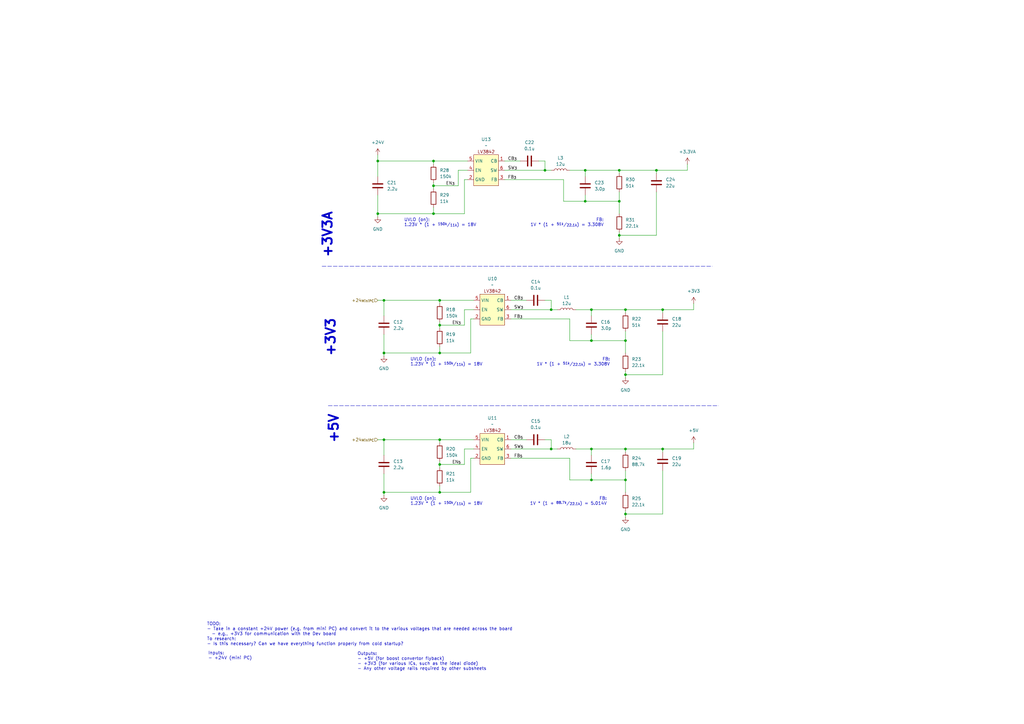
<source format=kicad_sch>
(kicad_sch (version 20231120) (generator "eeschema") (generator_version "8.0")
  (paper "A3")
  (title_block (title "Housekeeping Power Supplies") (date "2024-12-06") (rev "1") (company "UT Robomaster") (comment 1 "Robomaster"))
  (lib_symbols
    (symbol "! Robomaster ICs:LV3842"
      (property "Reference" "U" (at 0 9.652 0))
      (symbol "LV3842_1_1"
        (rectangle (start -5.08 6.35) (end 5.08 -6.35) (fill (type background)))
        (text "LV3842" (at 0 6.858 0) (effects (font (size 1.27 1.27)) (justify bottom)))
        (pin input line (at 7.62 3.81 180) (length 2.54) (name "CB") (number "1"))
        (pin power_in line (at -7.62 -3.81 0) (length 2.54) (name "GND") (number "2"))
        (pin input line (at 7.62 -3.81 180) (length 2.54) (name "FB") (number "3"))
        (pin input line (at -7.62 0 0) (length 2.54) (name "EN") (number "4"))
        (pin power_in line (at -7.62 3.81 0) (length 2.54) (name "VIN") (number "5"))
        (pin power_out line (at 7.62 0 180) (length 2.54) (name "SW") (number "6"))
      )
    )
    (symbol "Device:C" (pin_numbers hide) (pin_names (offset 0.254))
      (property "Reference" "C" (at 0.635 2.54 0))
      (property "Value" "C" (at 0.635 -2.54 0))
      (symbol "C_0_1"
        (polyline (pts (xy -2.032 -0.762) (xy 2.032 -0.762)) (stroke (width 0.508)))
        (polyline (pts (xy -2.032 0.762) (xy 2.032 0.762)) (stroke (width 0.508)))
      )
      (symbol "C_1_1"
        (pin passive line (at 0 3.81 270) (length 2.794) (name "~") (number "1"))
        (pin passive line (at 0 -3.81 90) (length 2.794) (name "~") (number "2"))
      )
    )
    (symbol "Device:L" (pin_numbers hide) (pin_names (offset 1.016) hide)
      (property "Reference" "L" (at -1.27 0 90))
      (property "Value" "L" (at 1.905 0 90))
      (symbol "L_0_1"
        (arc (start 0 -2.54) (mid 0.6323 -1.905) (end 0 -1.27))
        (arc (start 0 -1.27) (mid 0.6323 -0.635) (end 0 0))
        (arc (start 0 0) (mid 0.6323 0.635) (end 0 1.27))
        (arc (start 0 1.27) (mid 0.6323 1.905) (end 0 2.54))
      )
      (symbol "L_1_1"
        (pin passive line (at 0 3.81 270) (length 1.27) (name "1") (number "1"))
        (pin passive line (at 0 -3.81 90) (length 1.27) (name "2") (number "2"))
      )
    )
    (symbol "Device:R" (pin_numbers hide) (pin_names (offset 0))
      (property "Reference" "R" (at 2.032 0 90))
      (property "Value" "R" (at 0 0 90))
      (symbol "R_0_1"
        (rectangle (start -1.016 -2.54) (end 1.016 2.54) (stroke (width 0.254)))
      )
      (symbol "R_1_1"
        (pin passive line (at 0 3.81 270) (length 1.27) (name "~") (number "1"))
        (pin passive line (at 0 -3.81 90) (length 1.27) (name "~") (number "2"))
      )
    )
    (symbol "power:+24V" (power) (pin_numbers hide) (pin_names (offset 0) hide)
      (property "Value" "+24V" (at 0 3.556 0))
      (symbol "+24V_0_1"
        (polyline (pts (xy -0.762 1.27) (xy 0 2.54)))
        (polyline (pts (xy 0 0) (xy 0 2.54)))
        (polyline (pts (xy 0 2.54) (xy 0.762 1.27)))
      )
      (symbol "+24V_1_1"
        (pin power_in line (at 0 0 90) (length 0) (name "~") (number "1"))
      )
    )
    (symbol "power:+3.3VA" (power) (pin_numbers hide) (pin_names (offset 0) hide)
      (property "Value" "+3.3VA" (at 0 3.556 0))
      (symbol "+3.3VA_0_1"
        (polyline (pts (xy -0.762 1.27) (xy 0 2.54)))
        (polyline (pts (xy 0 0) (xy 0 2.54)))
        (polyline (pts (xy 0 2.54) (xy 0.762 1.27)))
      )
      (symbol "+3.3VA_1_1"
        (pin power_in line (at 0 0 90) (length 0) (name "~") (number "1"))
      )
    )
    (symbol "power:+3V3" (power) (pin_numbers hide) (pin_names (offset 0) hide)
      (property "Value" "+3V3" (at 0 3.556 0))
      (symbol "+3V3_0_1"
        (polyline (pts (xy -0.762 1.27) (xy 0 2.54)))
        (polyline (pts (xy 0 0) (xy 0 2.54)))
        (polyline (pts (xy 0 2.54) (xy 0.762 1.27)))
      )
      (symbol "+3V3_1_1"
        (pin power_in line (at 0 0 90) (length 0) (name "~") (number "1"))
      )
    )
    (symbol "power:+5V" (power) (pin_numbers hide) (pin_names (offset 0) hide)
      (property "Value" "+5V" (at 0 3.556 0))
      (symbol "+5V_0_1"
        (polyline (pts (xy -0.762 1.27) (xy 0 2.54)))
        (polyline (pts (xy 0 0) (xy 0 2.54)))
        (polyline (pts (xy 0 2.54) (xy 0.762 1.27)))
      )
      (symbol "+5V_1_1"
        (pin power_in line (at 0 0 90) (length 0) (name "~") (number "1"))
      )
    )
    (symbol "power:GND" (power) (pin_numbers hide) (pin_names (offset 0) hide)
      (property "Value" "GND" (at 0 -3.81 0))
      (symbol "GND_0_1"
        (polyline (pts (xy 0 0) (xy 0 -1.27) (xy 1.27 -1.27) (xy 0 -2.54) (xy -1.27 -1.27) (xy 0 -1.27)))
      )
      (symbol "GND_1_1"
        (pin power_in line (at 0 0 270) (length 0) (name "~") (number "1"))
      )
    )
  )
  (junction (at 242.57 184.15))
  (junction (at 256.54 210.82))
  (junction (at 157.48 180.34))
  (junction (at 254 96.52))
  (junction (at 254 69.85))
  (junction (at 256.54 153.67))
  (junction (at 256.54 139.7))
  (junction (at 226.06 127))
  (junction (at 240.03 69.85))
  (junction (at 180.34 123.19))
  (junction (at 180.34 180.34))
  (junction (at 242.57 196.85))
  (junction (at 256.54 184.15))
  (junction (at 256.54 196.85))
  (junction (at 226.06 184.15))
  (junction (at 242.57 127))
  (junction (at 223.52 69.85))
  (junction (at 177.8 66.04))
  (junction (at 180.34 144.78))
  (junction (at 180.34 190.5))
  (junction (at 240.03 82.55))
  (junction (at 177.8 87.63))
  (junction (at 154.94 87.63))
  (junction (at 271.78 127))
  (junction (at 180.34 201.93))
  (junction (at 157.48 201.93))
  (junction (at 254 82.55))
  (junction (at 180.34 133.35))
  (junction (at 177.8 76.2))
  (junction (at 242.57 139.7))
  (junction (at 157.48 144.78))
  (junction (at 157.48 123.19))
  (junction (at 269.24 69.85))
  (junction (at 271.78 184.15))
  (junction (at 154.94 66.04))
  (junction (at 256.54 127))
  (wire (pts (xy 271.78 127) (xy 271.78 128.27)))
  (wire (pts (xy 269.24 69.85) (xy 269.24 71.12)))
  (wire (pts (xy 223.52 180.34) (xy 226.06 180.34)))
  (wire (pts (xy 154.94 123.19) (xy 157.48 123.19)))
  (wire (pts (xy 281.94 67.31) (xy 281.94 69.85)))
  (wire (pts (xy 157.48 137.16) (xy 157.48 144.78)))
  (wire (pts (xy 180.34 201.93) (xy 193.04 201.93)))
  (wire (pts (xy 256.54 152.4) (xy 256.54 153.67)))
  (wire (pts (xy 220.98 66.04) (xy 223.52 66.04)))
  (wire (pts (xy 254 69.85) (xy 254 71.12)))
  (wire (pts (xy 190.5 190.5) (xy 190.5 184.15)))
  (wire (pts (xy 193.04 187.96) (xy 193.04 201.93)))
  (wire (pts (xy 180.34 190.5) (xy 190.5 190.5)))
  (wire (pts (xy 180.34 190.5) (xy 180.34 191.77)))
  (wire (pts (xy 233.68 130.81) (xy 233.68 139.7)))
  (wire (pts (xy 207.01 69.85) (xy 223.52 69.85)))
  (wire (pts (xy 256.54 139.7) (xy 256.54 144.78)))
  (wire (pts (xy 256.54 127) (xy 271.78 127)))
  (wire (pts (xy 154.94 80.01) (xy 154.94 87.63)))
  (wire (pts (xy 242.57 184.15) (xy 242.57 186.69)))
  (wire (pts (xy 180.34 132.08) (xy 180.34 133.35)))
  (wire (pts (xy 157.48 180.34) (xy 180.34 180.34)))
  (wire (pts (xy 254 69.85) (xy 269.24 69.85)))
  (wire (pts (xy 256.54 184.15) (xy 271.78 184.15)))
  (wire (pts (xy 180.34 133.35) (xy 190.5 133.35)))
  (wire (pts (xy 209.55 180.34) (xy 215.9 180.34)))
  (wire (pts (xy 223.52 66.04) (xy 223.52 69.85)))
  (wire (pts (xy 177.8 66.04) (xy 191.77 66.04)))
  (wire (pts (xy 284.48 124.46) (xy 284.48 127)))
  (wire (pts (xy 256.54 184.15) (xy 256.54 185.42)))
  (wire (pts (xy 231.14 82.55) (xy 240.03 82.55)))
  (wire (pts (xy 177.8 87.63) (xy 190.5 87.63)))
  (wire (pts (xy 269.24 96.52) (xy 254 96.52)))
  (wire (pts (xy 157.48 201.93) (xy 157.48 203.2)))
  (wire (pts (xy 271.78 127) (xy 284.48 127)))
  (wire (pts (xy 177.8 76.2) (xy 187.96 76.2)))
  (wire (pts (xy 271.78 184.15) (xy 284.48 184.15)))
  (wire (pts (xy 154.94 87.63) (xy 154.94 88.9)))
  (wire (pts (xy 177.8 76.2) (xy 177.8 77.47)))
  (wire (pts (xy 180.34 180.34) (xy 180.34 181.61)))
  (wire (pts (xy 154.94 63.5) (xy 154.94 66.04)))
  (wire (pts (xy 242.57 127) (xy 256.54 127)))
  (wire (pts (xy 180.34 123.19) (xy 180.34 124.46)))
  (wire (pts (xy 207.01 73.66) (xy 231.14 73.66)))
  (wire (pts (xy 177.8 66.04) (xy 177.8 67.31)))
  (wire (pts (xy 177.8 85.09) (xy 177.8 87.63)))
  (wire (pts (xy 180.34 142.24) (xy 180.34 144.78)))
  (wire (pts (xy 240.03 80.01) (xy 240.03 82.55)))
  (wire (pts (xy 226.06 123.19) (xy 226.06 127)))
  (wire (pts (xy 157.48 194.31) (xy 157.48 201.93)))
  (wire (pts (xy 271.78 135.89) (xy 271.78 153.67)))
  (wire (pts (xy 242.57 196.85) (xy 256.54 196.85)))
  (wire (pts (xy 254 96.52) (xy 254 97.79)))
  (wire (pts (xy 233.68 69.85) (xy 240.03 69.85)))
  (wire (pts (xy 269.24 69.85) (xy 281.94 69.85)))
  (wire (pts (xy 209.55 184.15) (xy 226.06 184.15)))
  (wire (pts (xy 223.52 69.85) (xy 226.06 69.85)))
  (wire (pts (xy 193.04 130.81) (xy 193.04 144.78)))
  (wire (pts (xy 256.54 209.55) (xy 256.54 210.82)))
  (wire (pts (xy 233.68 187.96) (xy 233.68 196.85)))
  (wire (pts (xy 180.34 144.78) (xy 193.04 144.78)))
  (wire (pts (xy 223.52 123.19) (xy 226.06 123.19)))
  (wire (pts (xy 271.78 210.82) (xy 256.54 210.82)))
  (wire (pts (xy 271.78 193.04) (xy 271.78 210.82)))
  (wire (pts (xy 180.34 133.35) (xy 180.34 134.62)))
  (wire (pts (xy 157.48 123.19) (xy 157.48 129.54)))
  (wire (pts (xy 226.06 127) (xy 228.6 127)))
  (wire (pts (xy 209.55 130.81) (xy 233.68 130.81)))
  (wire (pts (xy 154.94 87.63) (xy 177.8 87.63)))
  (wire (pts (xy 154.94 66.04) (xy 154.94 72.39)))
  (wire (pts (xy 226.06 184.15) (xy 228.6 184.15)))
  (wire (pts (xy 190.5 184.15) (xy 194.31 184.15)))
  (wire (pts (xy 242.57 127) (xy 242.57 129.54)))
  (wire (pts (xy 236.22 184.15) (xy 242.57 184.15)))
  (wire (pts (xy 284.48 181.61) (xy 284.48 184.15)))
  (wire (pts (xy 191.77 73.66) (xy 190.5 73.66)))
  (wire (pts (xy 269.24 78.74) (xy 269.24 96.52)))
  (wire (pts (xy 177.8 74.93) (xy 177.8 76.2)))
  (wire (pts (xy 190.5 127) (xy 194.31 127)))
  (wire (pts (xy 157.48 201.93) (xy 180.34 201.93)))
  (wire (pts (xy 157.48 180.34) (xy 157.48 186.69)))
  (wire (pts (xy 254 95.25) (xy 254 96.52)))
  (wire (pts (xy 187.96 76.2) (xy 187.96 69.85)))
  (wire (pts (xy 242.57 137.16) (xy 242.57 139.7)))
  (wire (pts (xy 242.57 194.31) (xy 242.57 196.85)))
  (wire (pts (xy 254 78.74) (xy 254 82.55)))
  (wire (pts (xy 194.31 187.96) (xy 193.04 187.96)))
  (wire (pts (xy 242.57 184.15) (xy 256.54 184.15)))
  (wire (pts (xy 187.96 69.85) (xy 191.77 69.85)))
  (wire (pts (xy 154.94 66.04) (xy 177.8 66.04)))
  (wire (pts (xy 256.54 196.85) (xy 256.54 201.93)))
  (wire (pts (xy 190.5 133.35) (xy 190.5 127)))
  (wire (pts (xy 194.31 130.81) (xy 193.04 130.81)))
  (wire (pts (xy 254 82.55) (xy 254 87.63)))
  (wire (pts (xy 209.55 187.96) (xy 233.68 187.96)))
  (wire (pts (xy 157.48 123.19) (xy 180.34 123.19)))
  (wire (pts (xy 256.54 210.82) (xy 256.54 212.09)))
  (wire (pts (xy 242.57 139.7) (xy 256.54 139.7)))
  (wire (pts (xy 240.03 69.85) (xy 254 69.85)))
  (wire (pts (xy 256.54 153.67) (xy 256.54 154.94)))
  (wire (pts (xy 190.5 73.66) (xy 190.5 87.63)))
  (wire (pts (xy 240.03 82.55) (xy 254 82.55)))
  (wire (pts (xy 233.68 139.7) (xy 242.57 139.7)))
  (wire (pts (xy 256.54 193.04) (xy 256.54 196.85)))
  (polyline (pts (xy 132.08 109.22) (xy 292.1 109.22)) (stroke (width 0) (type dash)))
  (wire (pts (xy 271.78 153.67) (xy 256.54 153.67)))
  (wire (pts (xy 209.55 127) (xy 226.06 127)))
  (wire (pts (xy 157.48 144.78) (xy 157.48 146.05)))
  (wire (pts (xy 271.78 184.15) (xy 271.78 185.42)))
  (wire (pts (xy 180.34 189.23) (xy 180.34 190.5)))
  (wire (pts (xy 207.01 66.04) (xy 213.36 66.04)))
  (wire (pts (xy 154.94 180.34) (xy 157.48 180.34)))
  (wire (pts (xy 209.55 123.19) (xy 215.9 123.19)))
  (wire (pts (xy 180.34 180.34) (xy 194.31 180.34)))
  (wire (pts (xy 240.03 69.85) (xy 240.03 72.39)))
  (wire (pts (xy 233.68 196.85) (xy 242.57 196.85)))
  (wire (pts (xy 157.48 144.78) (xy 180.34 144.78)))
  (polyline (pts (xy 134.62 166.37) (xy 294.64 166.37)) (stroke (width 0) (type dash)))
  (wire (pts (xy 236.22 127) (xy 242.57 127)))
  (wire (pts (xy 180.34 199.39) (xy 180.34 201.93)))
  (wire (pts (xy 256.54 127) (xy 256.54 128.27)))
  (wire (pts (xy 180.34 123.19) (xy 194.31 123.19)))
  (wire (pts (xy 226.06 180.34) (xy 226.06 184.15)))
  (wire (pts (xy 231.14 73.66) (xy 231.14 82.55)))
  (wire (pts (xy 256.54 135.89) (xy 256.54 139.7)))
  (text "FB:\n1V * (1 + ^{51k}/_{22.1k}) = 3.308V" (at 250.19 146.685 0) (effects (font (size 1.27 1.27)) (justify right top)))
  (text "+3V3" (at 133.35 138.43 90) (effects (font (size 3.81 3.81) (thickness 0.762) (bold yes)) (justify top)))
  (text "FB:\n1V * (1 + ^{51k}/_{22.1k}) = 3.308V" (at 247.65 89.535 0) (effects (font (size 1.27 1.27)) (justify right top)))
  (text "Outputs:\n- +5V (for boost convertor flyback)\n- +3V3 (for various ICs, such as the ideal diode)\n- Any other voltage rails required by other subsheets" (at 146.558 267.462 0) (effects (font (size 1.27 1.27)) (justify left top)))
  (text "+3V3A" (at 132.08 106.045 90) (effects (font (size 3.81 3.81) (thickness 0.762) (bold yes)) (justify left top)))
  (text "UVLO (on):\n1.23V * (1 + ^{150k}/_{11k}) = 18V\n" (at 165.735 89.535 0) (effects (font (size 1.27 1.27)) (justify left top)))
  (text "Inputs:\n- +24V (mini PC)" (at 85.344 267.208 0) (effects (font (size 1.27 1.27)) (justify left top)))
  (text "TODO:\n- Take in a constant +24V power (e.g. from mini PC) and convert it to the various voltages that are needed across the board\n  - e.g., +3V3 for communication with the Dev board\nTo research:\n- Is this necessary? Can we have everything function properly from cold startup?" (at 84.836 255.27 0) (effects (font (size 1.27 1.27)) (justify left top)))
  (text "UVLO (on):\n1.23V * (1 + ^{150k}/_{11k}) = 18V\n" (at 168.275 203.835 0) (effects (font (size 1.27 1.27)) (justify left top)))
  (text "UVLO (on):\n1.23V * (1 + ^{150k}/_{11k}) = 18V\n" (at 168.275 146.685 0) (effects (font (size 1.27 1.27)) (justify left top)))
  (text "+5V" (at 134.62 169.545 90) (effects (font (size 3.81 3.81) (thickness 0.762) (bold yes)) (justify right top)))
  (text "FB:\n1V * (1 + ^{88.7k}/_{22.1k}) = 5.014V" (at 248.92 203.835 0) (effects (font (size 1.27 1.27)) (justify right top)))
  (label "FB_{3}" (at 208.28 73.66 0))
  (label "FB_{5}" (at 210.82 187.96 0))
  (label "EN_{3}" (at 182.88 76.2 0))
  (label "SW_{5}" (at 210.82 184.15 0))
  (label "EN_{5}" (at 185.42 190.5 0))
  (label "FB_{3}" (at 210.82 130.81 0))
  (label "CB_{5}" (at 210.82 180.34 0))
  (label "CB_{3}" (at 208.28 66.04 0))
  (label "SW_{3}" (at 208.28 69.85 0))
  (label "SW_{3}" (at 210.82 127 0))
  (label "EN_{3}" (at 185.42 133.35 0))
  (label "CB_{3}" (at 210.82 123.19 0))
  (hierarchical_label "+24_{MiniPC}" (shape input) (at 154.94 180.34 180))
  (hierarchical_label "+24_{MiniPC}" (shape input) (at 154.94 123.19 180))
  (symbol (lib_id "Device:R") (at 254 91.44 0) (unit 1)
    (property "Reference" "R31" (at 256.54 90.1699 0) (effects (justify left)))
    (property "Value" "22.1k" (at 256.54 92.7099 0) (effects (justify left)))
    (property "Footprint" "Resistor_SMD:R_0603_1608Metric_Pad0.98x0.95mm_HandSolder" (effects (hide yes)))
    (property "Description" "Resistor" (effects (hide yes)))
  )
  (symbol (lib_id "Device:R") (at 180.34 128.27 0) (unit 1)
    (property "Reference" "R18" (at 182.88 126.9999 0) (effects (justify left)))
    (property "Value" "150k" (at 182.88 129.5399 0) (effects (justify left)))
    (property "Footprint" "Resistor_SMD:R_0603_1608Metric_Pad0.98x0.95mm_HandSolder" (effects (hide yes)))
    (property "Description" "Resistor" (effects (hide yes)))
  )
  (symbol (lib_id "Device:C") (at 271.78 132.08 0) (unit 1)
    (property "Reference" "C18" (at 275.59 130.8099 0) (effects (justify left)))
    (property "Value" "22u" (at 275.59 133.3499 0) (effects (justify left)))
    (property "Footprint" "Capacitor_SMD:C_0603_1608Metric_Pad1.08x0.95mm_HandSolder" (effects (hide yes)))
    (property "Description" "Unpolarized capacitor" (effects (hide yes)))
  )
  (symbol (lib_id "power:GND") (at 157.48 146.05 0) (unit 1)
    (property "Reference" "#PWR045" (effects (hide yes)))
    (property "Value" "GND" (at 157.48 151.13 0))
    (property "Description" "Power symbol creates a global label with name \"GND\" , ground" (effects (hide yes)))
  )
  (symbol (lib_id "power:GND") (at 256.54 212.09 0) (unit 1)
    (property "Reference" "#PWR048" (effects (hide yes)))
    (property "Value" "GND" (at 256.54 217.17 0))
    (property "Description" "Power symbol creates a global label with name \"GND\" , ground" (effects (hide yes)))
  )
  (symbol (lib_id "power:GND") (at 157.48 203.2 0) (unit 1)
    (property "Reference" "#PWR046" (effects (hide yes)))
    (property "Value" "GND" (at 157.48 208.28 0))
    (property "Description" "Power symbol creates a global label with name \"GND\" , ground" (effects (hide yes)))
  )
  (symbol (lib_id "power:+24V") (at 154.94 63.5 0) (unit 1)
    (property "Reference" "#PWR055" (effects (hide yes)))
    (property "Value" "+24V" (at 154.94 58.42 0))
    (property "Description" "Power symbol creates a global label with name \"+24V\"" (effects (hide yes)))
  )
  (symbol (lib_id "Device:R") (at 256.54 189.23 0) (unit 1)
    (property "Reference" "R24" (at 259.08 187.9599 0) (effects (justify left)))
    (property "Value" "88.7k" (at 259.08 190.4999 0) (effects (justify left)))
    (property "Footprint" "Resistor_SMD:R_0603_1608Metric_Pad0.98x0.95mm_HandSolder" (effects (hide yes)))
    (property "Description" "Resistor" (effects (hide yes)))
  )
  (symbol (lib_id "power:+5V") (at 284.48 181.61 0) (unit 1)
    (property "Reference" "#PWR058" (effects (hide yes)))
    (property "Value" "+5V" (at 284.48 176.53 0))
    (property "Description" "Power symbol creates a global label with name \"+5V\"" (effects (hide yes)))
  )
  (symbol (lib_id "power:GND") (at 154.94 88.9 0) (unit 1)
    (property "Reference" "#PWR053" (effects (hide yes)))
    (property "Value" "GND" (at 154.94 93.98 0))
    (property "Description" "Power symbol creates a global label with name \"GND\" , ground" (effects (hide yes)))
  )
  (symbol (lib_id "Device:L") (at 229.87 69.85 90) (unit 1)
    (property "Reference" "L3" (at 229.87 64.77 90))
    (property "Value" "12u" (at 229.87 67.31 90))
    (property "Description" "Inductor" (effects (hide yes)))
  )
  (symbol (lib_id "Device:R") (at 256.54 205.74 0) (unit 1)
    (property "Reference" "R25" (at 259.08 204.4699 0) (effects (justify left)))
    (property "Value" "22.1k" (at 259.08 207.0099 0) (effects (justify left)))
    (property "Footprint" "Resistor_SMD:R_0603_1608Metric_Pad0.98x0.95mm_HandSolder" (effects (hide yes)))
    (property "Description" "Resistor" (effects (hide yes)))
  )
  (symbol (lib_id "Device:C") (at 242.57 190.5 180) (unit 1)
    (property "Reference" "C17" (at 246.38 189.2299 0) (effects (justify right)))
    (property "Value" "1.6p" (at 246.38 191.7699 0) (effects (justify right)))
    (property "Footprint" "Capacitor_SMD:C_0603_1608Metric_Pad1.08x0.95mm_HandSolder" (effects (hide yes)))
    (property "Datasheet" "https://www.mouser.com/datasheet/2/210/Microwave_Caps-1535561.pdf" (effects (hide yes)))
    (property "Description" "Unpolarized capacitor" (effects (hide yes)))
    (property "Mouser Part Number" "791-RF18N1R6B500CT" (effects (hide yes)))
  )
  (symbol (lib_id "Device:L") (at 232.41 127 90) (unit 1)
    (property "Reference" "L1" (at 232.41 121.92 90))
    (property "Value" "12u" (at 232.41 124.46 90))
    (property "Description" "Inductor" (effects (hide yes)))
  )
  (symbol (lib_id "Device:C") (at 154.94 76.2 0) (mirror y) (unit 1)
    (property "Reference" "C21" (at 158.75 74.9299 0) (effects (justify right)))
    (property "Value" "2.2u" (at 158.75 77.4699 0) (effects (justify right)))
    (property "Footprint" "Capacitor_SMD:C_0603_1608Metric_Pad1.08x0.95mm_HandSolder" (effects (hide yes)))
    (property "Description" "Unpolarized capacitor" (effects (hide yes)))
  )
  (symbol (lib_id "Device:R") (at 180.34 185.42 0) (unit 1)
    (property "Reference" "R20" (at 182.88 184.1499 0) (effects (justify left)))
    (property "Value" "150k" (at 182.88 186.6899 0) (effects (justify left)))
    (property "Footprint" "Resistor_SMD:R_0603_1608Metric_Pad0.98x0.95mm_HandSolder" (effects (hide yes)))
    (property "Description" "Resistor" (effects (hide yes)))
  )
  (symbol (lib_id "power:+3V3") (at 284.48 124.46 0) (unit 1)
    (property "Reference" "#PWR057" (effects (hide yes)))
    (property "Value" "+3V3" (at 284.48 119.38 0))
    (property "Description" "Power symbol creates a global label with name \"+3V3\"" (effects (hide yes)))
  )
  (symbol (lib_id "! Robomaster ICs:LV3842") (at 201.93 184.15 0) (unit 1)
    (property "Reference" "U11" (at 201.93 171.45 0))
    (property "Value" "~" (at 201.93 173.99 0))
    (property "Footprint" "Package_TO_SOT_SMD:SOT-23-6_Handsoldering" (effects (hide yes)))
    (property "Datasheet" "https://www.ti.com/lit/ds/symlink/lv3842.pdf" (effects (hide yes)))
    (property "Description" "4-V to 36-V, 600-mA synchronous step-down converter" (effects (hide yes)))
  )
  (symbol (lib_id "Device:C") (at 269.24 74.93 0) (unit 1)
    (property "Reference" "C24" (at 273.05 73.6599 0) (effects (justify left)))
    (property "Value" "22u" (at 273.05 76.1999 0) (effects (justify left)))
    (property "Footprint" "Capacitor_SMD:C_0603_1608Metric_Pad1.08x0.95mm_HandSolder" (effects (hide yes)))
    (property "Description" "Unpolarized capacitor" (effects (hide yes)))
  )
  (symbol (lib_id "Device:C") (at 271.78 189.23 0) (unit 1)
    (property "Reference" "C19" (at 275.59 187.9599 0) (effects (justify left)))
    (property "Value" "22u" (at 275.59 190.4999 0) (effects (justify left)))
    (property "Footprint" "Capacitor_SMD:C_0603_1608Metric_Pad1.08x0.95mm_HandSolder" (effects (hide yes)))
    (property "Description" "Unpolarized capacitor" (effects (hide yes)))
  )
  (symbol (lib_id "Device:C") (at 219.71 180.34 90) (unit 1)
    (property "Reference" "C15" (at 219.71 172.72 90))
    (property "Value" "0.1u" (at 219.71 175.26 90))
    (property "Footprint" "Capacitor_SMD:C_0603_1608Metric_Pad1.08x0.95mm_HandSolder" (effects (hide yes)))
    (property "Description" "Unpolarized capacitor" (effects (hide yes)))
  )
  (symbol (lib_id "Device:C") (at 242.57 133.35 180) (unit 1)
    (property "Reference" "C16" (at 246.38 132.0799 0) (effects (justify right)))
    (property "Value" "3.0p" (at 246.38 134.6199 0) (effects (justify right)))
    (property "Footprint" "Capacitor_SMD:C_0603_1608Metric_Pad1.08x0.95mm_HandSolder" (effects (hide yes)))
    (property "Datasheet" "https://www.mouser.com/datasheet/2/210/Microwave_Caps-1535561.pdf" (effects (hide yes)))
    (property "Description" "Unpolarized capacitor" (effects (hide yes)))
    (property "Mouser Part Number" "791-RF18N3R0B500CT" (effects (hide yes)))
  )
  (symbol (lib_id "! Robomaster ICs:LV3842") (at 201.93 127 0) (unit 1)
    (property "Reference" "U10" (at 201.93 114.3 0))
    (property "Value" "~" (at 201.93 116.84 0))
    (property "Footprint" "Package_TO_SOT_SMD:SOT-23-6_Handsoldering" (effects (hide yes)))
    (property "Datasheet" "https://www.ti.com/lit/ds/symlink/lv3842.pdf" (effects (hide yes)))
    (property "Description" "4-V to 36-V, 600-mA synchronous step-down converter" (effects (hide yes)))
  )
  (symbol (lib_id "Device:R") (at 177.8 81.28 0) (unit 1)
    (property "Reference" "R29" (at 180.34 80.0099 0) (effects (justify left)))
    (property "Value" "11k" (at 180.34 82.5499 0) (effects (justify left)))
    (property "Footprint" "Resistor_SMD:R_0603_1608Metric_Pad0.98x0.95mm_HandSolder" (effects (hide yes)))
    (property "Description" "Resistor" (effects (hide yes)))
  )
  (symbol (lib_id "Device:R") (at 180.34 195.58 0) (unit 1)
    (property "Reference" "R21" (at 182.88 194.3099 0) (effects (justify left)))
    (property "Value" "11k" (at 182.88 196.8499 0) (effects (justify left)))
    (property "Footprint" "Resistor_SMD:R_0603_1608Metric_Pad0.98x0.95mm_HandSolder" (effects (hide yes)))
    (property "Description" "Resistor" (effects (hide yes)))
  )
  (symbol (lib_id "Device:R") (at 256.54 148.59 0) (unit 1)
    (property "Reference" "R23" (at 259.08 147.3199 0) (effects (justify left)))
    (property "Value" "22.1k" (at 259.08 149.8599 0) (effects (justify left)))
    (property "Footprint" "Resistor_SMD:R_0603_1608Metric_Pad0.98x0.95mm_HandSolder" (effects (hide yes)))
    (property "Description" "Resistor" (effects (hide yes)))
  )
  (symbol (lib_id "! Robomaster ICs:LV3842") (at 199.39 69.85 0) (unit 1)
    (property "Reference" "U13" (at 199.39 57.15 0))
    (property "Value" "~" (at 199.39 59.69 0))
    (property "Footprint" "Package_TO_SOT_SMD:SOT-23-6_Handsoldering" (effects (hide yes)))
    (property "Datasheet" "https://www.ti.com/lit/ds/symlink/lv3842.pdf" (effects (hide yes)))
    (property "Description" "4-V to 36-V, 600-mA synchronous step-down converter" (effects (hide yes)))
  )
  (symbol (lib_id "Device:C") (at 157.48 190.5 0) (mirror y) (unit 1)
    (property "Reference" "C13" (at 161.29 189.2299 0) (effects (justify right)))
    (property "Value" "2.2u" (at 161.29 191.7699 0) (effects (justify right)))
    (property "Footprint" "Capacitor_SMD:C_0603_1608Metric_Pad1.08x0.95mm_HandSolder" (effects (hide yes)))
    (property "Description" "Unpolarized capacitor" (effects (hide yes)))
  )
  (symbol (lib_id "Device:R") (at 180.34 138.43 0) (unit 1)
    (property "Reference" "R19" (at 182.88 137.1599 0) (effects (justify left)))
    (property "Value" "11k" (at 182.88 139.6999 0) (effects (justify left)))
    (property "Footprint" "Resistor_SMD:R_0603_1608Metric_Pad0.98x0.95mm_HandSolder" (effects (hide yes)))
    (property "Description" "Resistor" (effects (hide yes)))
  )
  (symbol (lib_id "Device:C") (at 240.03 76.2 180) (unit 1)
    (property "Reference" "C23" (at 243.84 74.9299 0) (effects (justify right)))
    (property "Value" "3.0p" (at 243.84 77.4699 0) (effects (justify right)))
    (property "Footprint" "Capacitor_SMD:C_0603_1608Metric_Pad1.08x0.95mm_HandSolder" (effects (hide yes)))
    (property "Datasheet" "https://www.mouser.com/datasheet/2/210/Microwave_Caps-1535561.pdf" (effects (hide yes)))
    (property "Description" "Unpolarized capacitor" (effects (hide yes)))
    (property "Mouser Part Number" "791-RF18N3R0B500CT" (effects (hide yes)))
  )
  (symbol (lib_id "power:GND") (at 254 97.79 0) (unit 1)
    (property "Reference" "#PWR054" (effects (hide yes)))
    (property "Value" "GND" (at 254 102.87 0))
    (property "Description" "Power symbol creates a global label with name \"GND\" , ground" (effects (hide yes)))
  )
  (symbol (lib_id "power:+3.3VA") (at 281.94 67.31 0) (unit 1)
    (property "Reference" "#PWR056" (effects (hide yes)))
    (property "Value" "+3.3VA" (at 281.94 62.23 0))
    (property "Description" "Power symbol creates a global label with name \"+3.3VA\"" (effects (hide yes)))
  )
  (symbol (lib_id "Device:L") (at 232.41 184.15 90) (unit 1)
    (property "Reference" "L2" (at 232.41 179.07 90))
    (property "Value" "18u" (at 232.41 181.61 90))
    (property "Description" "Inductor" (effects (hide yes)))
  )
  (symbol (lib_id "Device:R") (at 254 74.93 0) (unit 1)
    (property "Reference" "R30" (at 256.54 73.6599 0) (effects (justify left)))
    (property "Value" "51k" (at 256.54 76.1999 0) (effects (justify left)))
    (property "Footprint" "Resistor_SMD:R_0603_1608Metric_Pad0.98x0.95mm_HandSolder" (effects (hide yes)))
    (property "Description" "Resistor" (effects (hide yes)))
  )
  (symbol (lib_id "power:GND") (at 256.54 154.94 0) (unit 1)
    (property "Reference" "#PWR047" (effects (hide yes)))
    (property "Value" "GND" (at 256.54 160.02 0))
    (property "Description" "Power symbol creates a global label with name \"GND\" , ground" (effects (hide yes)))
  )
  (symbol (lib_id "Device:R") (at 256.54 132.08 0) (unit 1)
    (property "Reference" "R22" (at 259.08 130.8099 0) (effects (justify left)))
    (property "Value" "51k" (at 259.08 133.3499 0) (effects (justify left)))
    (property "Footprint" "Resistor_SMD:R_0603_1608Metric_Pad0.98x0.95mm_HandSolder" (effects (hide yes)))
    (property "Description" "Resistor" (effects (hide yes)))
  )
  (symbol (lib_id "Device:C") (at 219.71 123.19 90) (unit 1)
    (property "Reference" "C14" (at 219.71 115.57 90))
    (property "Value" "0.1u" (at 219.71 118.11 90))
    (property "Footprint" "Capacitor_SMD:C_0603_1608Metric_Pad1.08x0.95mm_HandSolder" (effects (hide yes)))
    (property "Description" "Unpolarized capacitor" (effects (hide yes)))
  )
  (symbol (lib_id "Device:R") (at 177.8 71.12 0) (unit 1)
    (property "Reference" "R28" (at 180.34 69.8499 0) (effects (justify left)))
    (property "Value" "150k" (at 180.34 72.3899 0) (effects (justify left)))
    (property "Footprint" "Resistor_SMD:R_0603_1608Metric_Pad0.98x0.95mm_HandSolder" (effects (hide yes)))
    (property "Description" "Resistor" (effects (hide yes)))
  )
  (symbol (lib_id "Device:C") (at 157.48 133.35 0) (mirror y) (unit 1)
    (property "Reference" "C12" (at 161.29 132.0799 0) (effects (justify right)))
    (property "Value" "2.2u" (at 161.29 134.6199 0) (effects (justify right)))
    (property "Footprint" "Capacitor_SMD:C_0603_1608Metric_Pad1.08x0.95mm_HandSolder" (effects (hide yes)))
    (property "Description" "Unpolarized capacitor" (effects (hide yes)))
  )
  (symbol (lib_id "Device:C") (at 217.17 66.04 90) (unit 1)
    (property "Reference" "C22" (at 217.17 58.42 90))
    (property "Value" "0.1u" (at 217.17 60.96 90))
    (property "Footprint" "Capacitor_SMD:C_0603_1608Metric_Pad1.08x0.95mm_HandSolder" (effects (hide yes)))
    (property "Description" "Unpolarized capacitor" (effects (hide yes)))
  )
)
</source>
